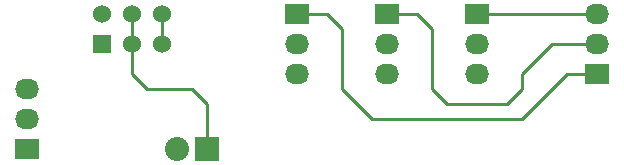
<source format=gbr>
G04 #@! TF.FileFunction,Copper,L1,Top,Signal*
%FSLAX46Y46*%
G04 Gerber Fmt 4.6, Leading zero omitted, Abs format (unit mm)*
G04 Created by KiCad (PCBNEW 4.0.2-stable) date 5/23/2016 10:55:23 AM*
%MOMM*%
G01*
G04 APERTURE LIST*
%ADD10C,0.100000*%
%ADD11R,2.032000X2.032000*%
%ADD12O,2.032000X2.032000*%
%ADD13R,2.032000X1.727200*%
%ADD14O,2.032000X1.727200*%
%ADD15R,1.524000X1.524000*%
%ADD16C,1.524000*%
%ADD17C,0.254000*%
G04 APERTURE END LIST*
D10*
D11*
X154940000Y-96520000D03*
D12*
X152400000Y-96520000D03*
D13*
X162560000Y-85090000D03*
D14*
X162560000Y-87630000D03*
X162560000Y-90170000D03*
D13*
X187960000Y-90170000D03*
D14*
X187960000Y-87630000D03*
X187960000Y-85090000D03*
D13*
X170180000Y-85090000D03*
D14*
X170180000Y-87630000D03*
X170180000Y-90170000D03*
D13*
X177800000Y-85090000D03*
D14*
X177800000Y-87630000D03*
X177800000Y-90170000D03*
D13*
X139700000Y-96520000D03*
D14*
X139700000Y-93980000D03*
X139700000Y-91440000D03*
D15*
X146050000Y-87630000D03*
D16*
X148590000Y-87630000D03*
X151130000Y-87630000D03*
X151130000Y-85090000D03*
X148590000Y-85090000D03*
X146050000Y-85090000D03*
D17*
X154940000Y-96520000D02*
X154940000Y-92710000D01*
X148590000Y-90170000D02*
X148590000Y-87630000D01*
X149860000Y-91440000D02*
X148590000Y-90170000D01*
X153670000Y-91440000D02*
X149860000Y-91440000D01*
X154940000Y-92710000D02*
X153670000Y-91440000D01*
X148590000Y-85090000D02*
X148590000Y-87630000D01*
X187960000Y-90170000D02*
X185420000Y-90170000D01*
X165100000Y-85090000D02*
X162560000Y-85090000D01*
X165100000Y-85090000D02*
X166370000Y-86360000D01*
X166370000Y-86360000D02*
X166370000Y-91440000D01*
X166370000Y-91440000D02*
X168910000Y-93980000D01*
X168910000Y-93980000D02*
X181610000Y-93980000D01*
X181610000Y-93980000D02*
X184150000Y-91440000D01*
X184150000Y-91440000D02*
X185420000Y-90170000D01*
X187960000Y-87630000D02*
X184150000Y-87630000D01*
X181610000Y-90170000D02*
X184150000Y-87630000D01*
X181610000Y-91440000D02*
X181610000Y-90170000D01*
X180340000Y-92710000D02*
X181610000Y-91440000D01*
X175260000Y-92710000D02*
X180340000Y-92710000D01*
X173990000Y-91440000D02*
X175260000Y-92710000D01*
X173990000Y-86360000D02*
X173990000Y-91440000D01*
X172720000Y-85090000D02*
X173990000Y-86360000D01*
X172720000Y-85090000D02*
X170180000Y-85090000D01*
X177800000Y-85090000D02*
X187960000Y-85090000D01*
X151130000Y-85090000D02*
X151130000Y-87630000D01*
M02*

</source>
